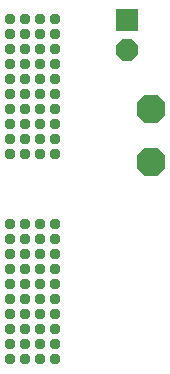
<source format=gbs>
G75*
%MOIN*%
%OFA0B0*%
%FSLAX25Y25*%
%IPPOS*%
%LPD*%
%AMOC8*
5,1,8,0,0,1.08239X$1,22.5*
%
%ADD10OC8,0.03600*%
%ADD11OC8,0.07296*%
%ADD12R,0.07296X0.07296*%
%ADD13OC8,0.09658*%
D10*
X0131795Y0159459D03*
X0131795Y0164459D03*
X0131795Y0169459D03*
X0131795Y0174459D03*
X0131795Y0179459D03*
X0131795Y0184459D03*
X0131795Y0189459D03*
X0131795Y0194459D03*
X0131795Y0199459D03*
X0131795Y0204459D03*
X0136795Y0204459D03*
X0141795Y0204459D03*
X0141795Y0199459D03*
X0136795Y0199459D03*
X0136795Y0194459D03*
X0141795Y0194459D03*
X0141795Y0189459D03*
X0136795Y0189459D03*
X0136795Y0184459D03*
X0141795Y0184459D03*
X0141795Y0179459D03*
X0136795Y0179459D03*
X0136795Y0174459D03*
X0141795Y0174459D03*
X0141795Y0169459D03*
X0136795Y0169459D03*
X0136795Y0164459D03*
X0141795Y0164459D03*
X0141795Y0159459D03*
X0136795Y0159459D03*
X0146795Y0159459D03*
X0146795Y0164459D03*
X0146795Y0169459D03*
X0146795Y0174459D03*
X0146795Y0179459D03*
X0146795Y0184459D03*
X0146795Y0189459D03*
X0146795Y0194459D03*
X0146795Y0199459D03*
X0146795Y0204459D03*
X0146795Y0227975D03*
X0146795Y0232975D03*
X0141795Y0232975D03*
X0136795Y0232975D03*
X0136795Y0227975D03*
X0141795Y0227975D03*
X0131795Y0227975D03*
X0131795Y0232975D03*
X0131795Y0237975D03*
X0131795Y0242975D03*
X0131795Y0247975D03*
X0131795Y0252975D03*
X0131795Y0257975D03*
X0131795Y0262975D03*
X0131795Y0267975D03*
X0131795Y0272975D03*
X0136795Y0272975D03*
X0136795Y0267975D03*
X0141795Y0267975D03*
X0141795Y0272975D03*
X0146795Y0272975D03*
X0146795Y0267975D03*
X0146795Y0262975D03*
X0146795Y0257975D03*
X0141795Y0257975D03*
X0136795Y0257975D03*
X0136795Y0262975D03*
X0141795Y0262975D03*
X0141795Y0252975D03*
X0136795Y0252975D03*
X0136795Y0247975D03*
X0141795Y0247975D03*
X0141795Y0242975D03*
X0136795Y0242975D03*
X0136795Y0237975D03*
X0141795Y0237975D03*
X0146795Y0237975D03*
X0146795Y0242975D03*
X0146795Y0247975D03*
X0146795Y0252975D03*
D11*
X0170791Y0262510D03*
D12*
X0170791Y0272510D03*
D13*
X0178665Y0242982D03*
X0178665Y0225266D03*
M02*

</source>
